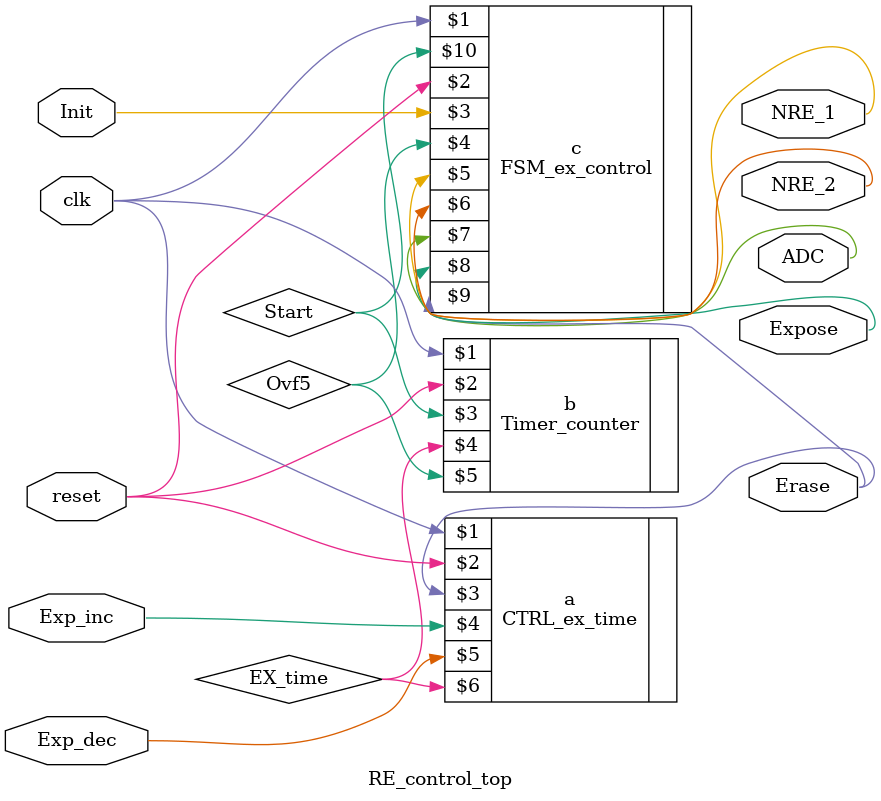
<source format=sv>
module RE_control_top(
	input wire clk, reset, Init, Exp_inc, Exp_dec,
	output logic NRE_1, NRE_2, ADC, Expose, Erase);

	wire EX_time;
	wire Start;
	wire Ovf5;
	
	CTRL_ex_time a(clk, reset, Erase, Exp_inc, Exp_dec, EX_time);	
	
	Timer_counter b(clk, reset, Start, EX_time, Ovf5);	  
	
	FSM_ex_control c(clk, reset, Init, Ovf5, NRE_1, NRE_2, ADC, Expose, Erase, Start);	  
endmodule
</source>
